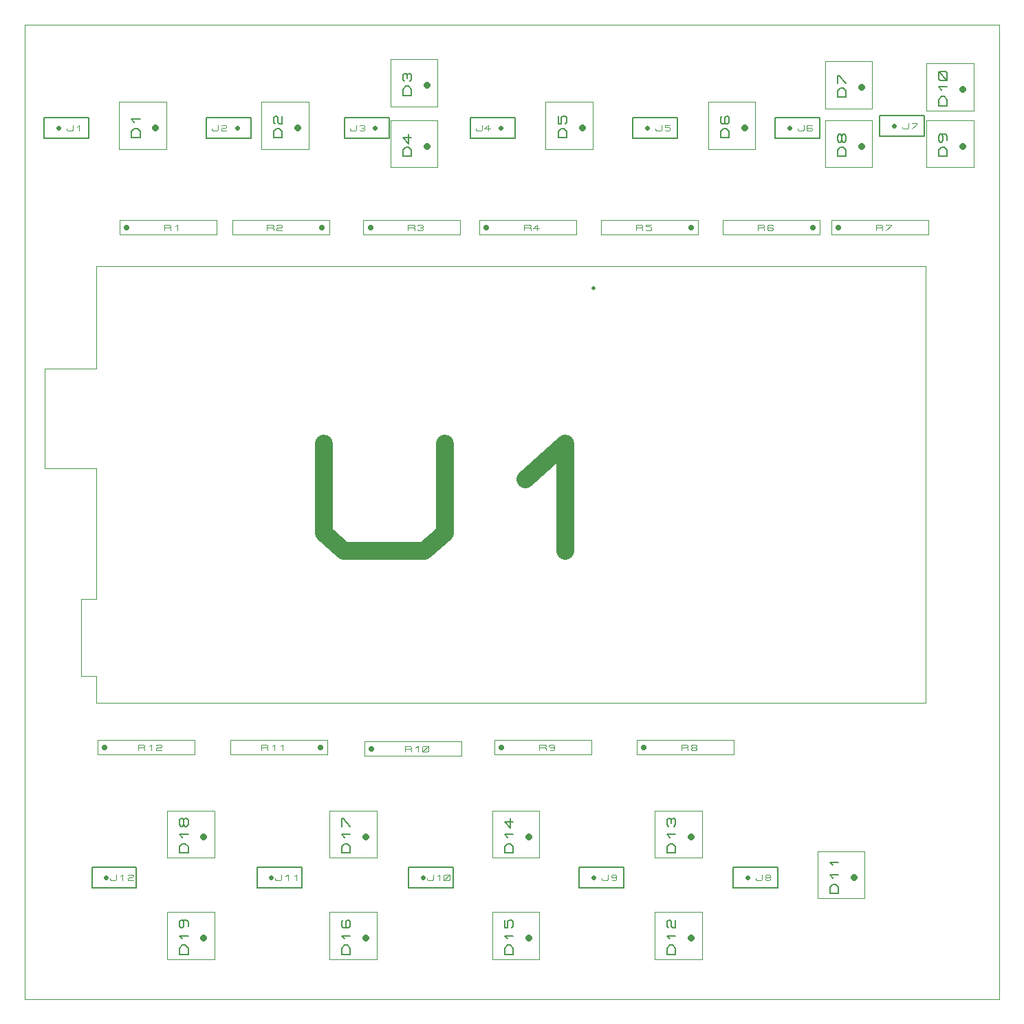
<source format=gbr>
G04 PROTEUS GERBER X2 FILE*
%TF.GenerationSoftware,Labcenter,Proteus,8.16-SP3-Build36097*%
%TF.CreationDate,2024-06-22T10:21:33+00:00*%
%TF.FileFunction,AssemblyDrawing,Top*%
%TF.FilePolarity,Positive*%
%TF.Part,Single*%
%TF.SameCoordinates,{24a379d5-4027-43cf-b872-4d17f73d1947}*%
%FSLAX45Y45*%
%MOMM*%
G01*
%TA.AperFunction,Profile*%
%ADD18C,0.101600*%
%TA.AperFunction,Material*%
%ADD28C,0.050000*%
%ADD29C,0.544000*%
%ADD72C,2.200570*%
%ADD70C,0.101600*%
%ADD73C,0.812800*%
%ADD30C,0.171190*%
%ADD20C,0.152400*%
%ADD31C,0.558800*%
%ADD32C,0.114270*%
%ADD33C,0.711200*%
%ADD34C,0.117340*%
%TD.AperFunction*%
D18*
X-6200000Y-6000000D02*
X+5800000Y-6000000D01*
X+5800000Y+6000000D01*
X-6200000Y+6000000D01*
X-6200000Y-6000000D01*
D28*
X-5323000Y-2355000D02*
X-5323000Y-2025000D01*
X-5503994Y-2025000D01*
X-5503994Y-1076000D01*
X-5323000Y-1076000D01*
X-5323000Y+534000D01*
X-5958000Y+534000D01*
X-5958000Y+1764000D01*
X-5323000Y+1764000D01*
X-5323000Y+3029000D01*
X+4887000Y+3029000D01*
X+4887000Y-2355000D01*
X-5323000Y-2355000D01*
D29*
X+798000Y+2750000D02*
X+798000Y+2750000D01*
D72*
X-2516020Y+842823D02*
X-2516020Y-257466D01*
X-2268455Y-477524D01*
X-1278195Y-477524D01*
X-1030630Y-257466D01*
X-1030630Y+842823D01*
X-40370Y+402707D02*
X+454760Y+842823D01*
X+454760Y-477524D01*
D70*
X-5037580Y+4467920D02*
X-4455920Y+4467920D01*
X-4455920Y+5049580D01*
X-5037580Y+5049580D01*
X-5037580Y+4467920D01*
D73*
X-4588000Y+4727000D02*
X-4588000Y+4727000D01*
D30*
X-4781751Y+4604674D02*
X-4884468Y+4604674D01*
X-4884468Y+4681712D01*
X-4850229Y+4720231D01*
X-4815990Y+4720231D01*
X-4781751Y+4681712D01*
X-4781751Y+4604674D01*
X-4850229Y+4797269D02*
X-4884468Y+4835788D01*
X-4781751Y+4835788D01*
D70*
X-3287580Y+4467920D02*
X-2705920Y+4467920D01*
X-2705920Y+5049580D01*
X-3287580Y+5049580D01*
X-3287580Y+4467920D01*
D73*
X-2838000Y+4727000D02*
X-2838000Y+4727000D01*
D30*
X-3031751Y+4604674D02*
X-3134468Y+4604674D01*
X-3134468Y+4681712D01*
X-3100229Y+4720231D01*
X-3065990Y+4720231D01*
X-3031751Y+4681712D01*
X-3031751Y+4604674D01*
X-3117349Y+4778009D02*
X-3134468Y+4797269D01*
X-3134468Y+4855047D01*
X-3117349Y+4874307D01*
X-3100229Y+4874307D01*
X-3083110Y+4855047D01*
X-3083110Y+4797269D01*
X-3065990Y+4778009D01*
X-3031751Y+4778009D01*
X-3031751Y+4874307D01*
D70*
X-1699580Y+4990920D02*
X-1117920Y+4990920D01*
X-1117920Y+5572580D01*
X-1699580Y+5572580D01*
X-1699580Y+4990920D01*
D73*
X-1250000Y+5250000D02*
X-1250000Y+5250000D01*
D30*
X-1443751Y+5127674D02*
X-1546468Y+5127674D01*
X-1546468Y+5204712D01*
X-1512229Y+5243231D01*
X-1477990Y+5243231D01*
X-1443751Y+5204712D01*
X-1443751Y+5127674D01*
X-1529349Y+5301009D02*
X-1546468Y+5320269D01*
X-1546468Y+5378047D01*
X-1529349Y+5397307D01*
X-1512229Y+5397307D01*
X-1495110Y+5378047D01*
X-1477990Y+5397307D01*
X-1460870Y+5397307D01*
X-1443751Y+5378047D01*
X-1443751Y+5320269D01*
X-1460870Y+5301009D01*
X-1495110Y+5339528D02*
X-1495110Y+5378047D01*
D70*
X-1699580Y+4240920D02*
X-1117920Y+4240920D01*
X-1117920Y+4822580D01*
X-1699580Y+4822580D01*
X-1699580Y+4240920D01*
D73*
X-1250000Y+4500000D02*
X-1250000Y+4500000D01*
D30*
X-1443751Y+4377674D02*
X-1546468Y+4377674D01*
X-1546468Y+4454712D01*
X-1512229Y+4493231D01*
X-1477990Y+4493231D01*
X-1443751Y+4454712D01*
X-1443751Y+4377674D01*
X-1477990Y+4647307D02*
X-1477990Y+4531750D01*
X-1546468Y+4608788D01*
X-1443751Y+4608788D01*
D70*
X+212420Y+4467920D02*
X+794080Y+4467920D01*
X+794080Y+5049580D01*
X+212420Y+5049580D01*
X+212420Y+4467920D01*
D73*
X+662000Y+4727000D02*
X+662000Y+4727000D01*
D30*
X+468249Y+4604674D02*
X+365532Y+4604674D01*
X+365532Y+4681712D01*
X+399771Y+4720231D01*
X+434010Y+4720231D01*
X+468249Y+4681712D01*
X+468249Y+4604674D01*
X+365532Y+4874307D02*
X+365532Y+4778009D01*
X+399771Y+4778009D01*
X+399771Y+4855047D01*
X+416890Y+4874307D01*
X+451130Y+4874307D01*
X+468249Y+4855047D01*
X+468249Y+4797269D01*
X+451130Y+4778009D01*
D70*
X+2212420Y+4467920D02*
X+2794080Y+4467920D01*
X+2794080Y+5049580D01*
X+2212420Y+5049580D01*
X+2212420Y+4467920D01*
D73*
X+2662000Y+4727000D02*
X+2662000Y+4727000D01*
D30*
X+2468249Y+4604674D02*
X+2365532Y+4604674D01*
X+2365532Y+4681712D01*
X+2399771Y+4720231D01*
X+2434010Y+4720231D01*
X+2468249Y+4681712D01*
X+2468249Y+4604674D01*
X+2382651Y+4874307D02*
X+2365532Y+4855047D01*
X+2365532Y+4797269D01*
X+2382651Y+4778009D01*
X+2451130Y+4778009D01*
X+2468249Y+4797269D01*
X+2468249Y+4855047D01*
X+2451130Y+4874307D01*
X+2434010Y+4874307D01*
X+2416890Y+4855047D01*
X+2416890Y+4778009D01*
D70*
X+3650420Y+4967920D02*
X+4232080Y+4967920D01*
X+4232080Y+5549580D01*
X+3650420Y+5549580D01*
X+3650420Y+4967920D01*
D73*
X+4100000Y+5227000D02*
X+4100000Y+5227000D01*
D30*
X+3906249Y+5104674D02*
X+3803532Y+5104674D01*
X+3803532Y+5181712D01*
X+3837771Y+5220231D01*
X+3872010Y+5220231D01*
X+3906249Y+5181712D01*
X+3906249Y+5104674D01*
X+3803532Y+5278009D02*
X+3803532Y+5374307D01*
X+3820651Y+5374307D01*
X+3906249Y+5278009D01*
D70*
X+3650420Y+4240920D02*
X+4232080Y+4240920D01*
X+4232080Y+4822580D01*
X+3650420Y+4822580D01*
X+3650420Y+4240920D01*
D73*
X+4100000Y+4500000D02*
X+4100000Y+4500000D01*
D30*
X+3906249Y+4377674D02*
X+3803532Y+4377674D01*
X+3803532Y+4454712D01*
X+3837771Y+4493231D01*
X+3872010Y+4493231D01*
X+3906249Y+4454712D01*
X+3906249Y+4377674D01*
X+3854890Y+4570269D02*
X+3837771Y+4551009D01*
X+3820651Y+4551009D01*
X+3803532Y+4570269D01*
X+3803532Y+4628047D01*
X+3820651Y+4647307D01*
X+3837771Y+4647307D01*
X+3854890Y+4628047D01*
X+3854890Y+4570269D01*
X+3872010Y+4551009D01*
X+3889130Y+4551009D01*
X+3906249Y+4570269D01*
X+3906249Y+4628047D01*
X+3889130Y+4647307D01*
X+3872010Y+4647307D01*
X+3854890Y+4628047D01*
D70*
X+4900420Y+4240920D02*
X+5482080Y+4240920D01*
X+5482080Y+4822580D01*
X+4900420Y+4822580D01*
X+4900420Y+4240920D01*
D73*
X+5350000Y+4500000D02*
X+5350000Y+4500000D01*
D30*
X+5156249Y+4377674D02*
X+5053532Y+4377674D01*
X+5053532Y+4454712D01*
X+5087771Y+4493231D01*
X+5122010Y+4493231D01*
X+5156249Y+4454712D01*
X+5156249Y+4377674D01*
X+5087771Y+4647307D02*
X+5104890Y+4628047D01*
X+5104890Y+4570269D01*
X+5087771Y+4551009D01*
X+5070651Y+4551009D01*
X+5053532Y+4570269D01*
X+5053532Y+4628047D01*
X+5070651Y+4647307D01*
X+5139130Y+4647307D01*
X+5156249Y+4628047D01*
X+5156249Y+4570269D01*
D70*
X+4900420Y+4940920D02*
X+5482080Y+4940920D01*
X+5482080Y+5522580D01*
X+4900420Y+5522580D01*
X+4900420Y+4940920D01*
D73*
X+5350000Y+5200000D02*
X+5350000Y+5200000D01*
D30*
X+5156249Y+5000636D02*
X+5053532Y+5000636D01*
X+5053532Y+5077674D01*
X+5087771Y+5116193D01*
X+5122010Y+5116193D01*
X+5156249Y+5077674D01*
X+5156249Y+5000636D01*
X+5087771Y+5193231D02*
X+5053532Y+5231750D01*
X+5156249Y+5231750D01*
X+5139130Y+5308788D02*
X+5070651Y+5308788D01*
X+5053532Y+5328047D01*
X+5053532Y+5405085D01*
X+5070651Y+5424345D01*
X+5139130Y+5424345D01*
X+5156249Y+5405085D01*
X+5156249Y+5328047D01*
X+5139130Y+5308788D01*
X+5156249Y+5308788D02*
X+5053532Y+5424345D01*
D70*
X+3558420Y-4759080D02*
X+4140080Y-4759080D01*
X+4140080Y-4177420D01*
X+3558420Y-4177420D01*
X+3558420Y-4759080D01*
D73*
X+4008000Y-4500000D02*
X+4008000Y-4500000D01*
D30*
X+3814249Y-4699364D02*
X+3711532Y-4699364D01*
X+3711532Y-4622326D01*
X+3745771Y-4583807D01*
X+3780010Y-4583807D01*
X+3814249Y-4622326D01*
X+3814249Y-4699364D01*
X+3745771Y-4506769D02*
X+3711532Y-4468250D01*
X+3814249Y-4468250D01*
X+3745771Y-4352693D02*
X+3711532Y-4314174D01*
X+3814249Y-4314174D01*
D70*
X+1554420Y-5509080D02*
X+2136080Y-5509080D01*
X+2136080Y-4927420D01*
X+1554420Y-4927420D01*
X+1554420Y-5509080D01*
D73*
X+2004000Y-5250000D02*
X+2004000Y-5250000D01*
D30*
X+1810249Y-5449364D02*
X+1707532Y-5449364D01*
X+1707532Y-5372326D01*
X+1741771Y-5333807D01*
X+1776010Y-5333807D01*
X+1810249Y-5372326D01*
X+1810249Y-5449364D01*
X+1741771Y-5256769D02*
X+1707532Y-5218250D01*
X+1810249Y-5218250D01*
X+1724651Y-5121953D02*
X+1707532Y-5102693D01*
X+1707532Y-5044915D01*
X+1724651Y-5025655D01*
X+1741771Y-5025655D01*
X+1758890Y-5044915D01*
X+1758890Y-5102693D01*
X+1776010Y-5121953D01*
X+1810249Y-5121953D01*
X+1810249Y-5025655D01*
D70*
X+1554420Y-4259080D02*
X+2136080Y-4259080D01*
X+2136080Y-3677420D01*
X+1554420Y-3677420D01*
X+1554420Y-4259080D01*
D73*
X+2004000Y-4000000D02*
X+2004000Y-4000000D01*
D30*
X+1810249Y-4199364D02*
X+1707532Y-4199364D01*
X+1707532Y-4122326D01*
X+1741771Y-4083807D01*
X+1776010Y-4083807D01*
X+1810249Y-4122326D01*
X+1810249Y-4199364D01*
X+1741771Y-4006769D02*
X+1707532Y-3968250D01*
X+1810249Y-3968250D01*
X+1724651Y-3871953D02*
X+1707532Y-3852693D01*
X+1707532Y-3794915D01*
X+1724651Y-3775655D01*
X+1741771Y-3775655D01*
X+1758890Y-3794915D01*
X+1776010Y-3775655D01*
X+1793130Y-3775655D01*
X+1810249Y-3794915D01*
X+1810249Y-3852693D01*
X+1793130Y-3871953D01*
X+1758890Y-3833434D02*
X+1758890Y-3794915D01*
D70*
X-445580Y-4259080D02*
X+136080Y-4259080D01*
X+136080Y-3677420D01*
X-445580Y-3677420D01*
X-445580Y-4259080D01*
D73*
X+4000Y-4000000D02*
X+4000Y-4000000D01*
D30*
X-189751Y-4199364D02*
X-292468Y-4199364D01*
X-292468Y-4122326D01*
X-258229Y-4083807D01*
X-223990Y-4083807D01*
X-189751Y-4122326D01*
X-189751Y-4199364D01*
X-258229Y-4006769D02*
X-292468Y-3968250D01*
X-189751Y-3968250D01*
X-223990Y-3775655D02*
X-223990Y-3891212D01*
X-292468Y-3814174D01*
X-189751Y-3814174D01*
D70*
X-445580Y-5509080D02*
X+136080Y-5509080D01*
X+136080Y-4927420D01*
X-445580Y-4927420D01*
X-445580Y-5509080D01*
D73*
X+4000Y-5250000D02*
X+4000Y-5250000D01*
D30*
X-189751Y-5449364D02*
X-292468Y-5449364D01*
X-292468Y-5372326D01*
X-258229Y-5333807D01*
X-223990Y-5333807D01*
X-189751Y-5372326D01*
X-189751Y-5449364D01*
X-258229Y-5256769D02*
X-292468Y-5218250D01*
X-189751Y-5218250D01*
X-292468Y-5025655D02*
X-292468Y-5121953D01*
X-258229Y-5121953D01*
X-258229Y-5044915D01*
X-241110Y-5025655D01*
X-206870Y-5025655D01*
X-189751Y-5044915D01*
X-189751Y-5102693D01*
X-206870Y-5121953D01*
D70*
X-2449580Y-5509080D02*
X-1867920Y-5509080D01*
X-1867920Y-4927420D01*
X-2449580Y-4927420D01*
X-2449580Y-5509080D01*
D73*
X-2000000Y-5250000D02*
X-2000000Y-5250000D01*
D30*
X-2193751Y-5449364D02*
X-2296468Y-5449364D01*
X-2296468Y-5372326D01*
X-2262229Y-5333807D01*
X-2227990Y-5333807D01*
X-2193751Y-5372326D01*
X-2193751Y-5449364D01*
X-2262229Y-5256769D02*
X-2296468Y-5218250D01*
X-2193751Y-5218250D01*
X-2279349Y-5025655D02*
X-2296468Y-5044915D01*
X-2296468Y-5102693D01*
X-2279349Y-5121953D01*
X-2210870Y-5121953D01*
X-2193751Y-5102693D01*
X-2193751Y-5044915D01*
X-2210870Y-5025655D01*
X-2227990Y-5025655D01*
X-2245110Y-5044915D01*
X-2245110Y-5121953D01*
D70*
X-2449580Y-4259080D02*
X-1867920Y-4259080D01*
X-1867920Y-3677420D01*
X-2449580Y-3677420D01*
X-2449580Y-4259080D01*
D73*
X-2000000Y-4000000D02*
X-2000000Y-4000000D01*
D30*
X-2193751Y-4199364D02*
X-2296468Y-4199364D01*
X-2296468Y-4122326D01*
X-2262229Y-4083807D01*
X-2227990Y-4083807D01*
X-2193751Y-4122326D01*
X-2193751Y-4199364D01*
X-2262229Y-4006769D02*
X-2296468Y-3968250D01*
X-2193751Y-3968250D01*
X-2296468Y-3871953D02*
X-2296468Y-3775655D01*
X-2279349Y-3775655D01*
X-2193751Y-3871953D01*
D70*
X-4445580Y-4259080D02*
X-3863920Y-4259080D01*
X-3863920Y-3677420D01*
X-4445580Y-3677420D01*
X-4445580Y-4259080D01*
D73*
X-3996000Y-4000000D02*
X-3996000Y-4000000D01*
D30*
X-4189751Y-4199364D02*
X-4292468Y-4199364D01*
X-4292468Y-4122326D01*
X-4258229Y-4083807D01*
X-4223990Y-4083807D01*
X-4189751Y-4122326D01*
X-4189751Y-4199364D01*
X-4258229Y-4006769D02*
X-4292468Y-3968250D01*
X-4189751Y-3968250D01*
X-4241110Y-3852693D02*
X-4258229Y-3871953D01*
X-4275349Y-3871953D01*
X-4292468Y-3852693D01*
X-4292468Y-3794915D01*
X-4275349Y-3775655D01*
X-4258229Y-3775655D01*
X-4241110Y-3794915D01*
X-4241110Y-3852693D01*
X-4223990Y-3871953D01*
X-4206870Y-3871953D01*
X-4189751Y-3852693D01*
X-4189751Y-3794915D01*
X-4206870Y-3775655D01*
X-4223990Y-3775655D01*
X-4241110Y-3794915D01*
D70*
X-4445580Y-5509080D02*
X-3863920Y-5509080D01*
X-3863920Y-4927420D01*
X-4445580Y-4927420D01*
X-4445580Y-5509080D01*
D73*
X-3996000Y-5250000D02*
X-3996000Y-5250000D01*
D30*
X-4189751Y-5449364D02*
X-4292468Y-5449364D01*
X-4292468Y-5372326D01*
X-4258229Y-5333807D01*
X-4223990Y-5333807D01*
X-4189751Y-5372326D01*
X-4189751Y-5449364D01*
X-4258229Y-5256769D02*
X-4292468Y-5218250D01*
X-4189751Y-5218250D01*
X-4258229Y-5025655D02*
X-4241110Y-5044915D01*
X-4241110Y-5102693D01*
X-4258229Y-5121953D01*
X-4275349Y-5121953D01*
X-4292468Y-5102693D01*
X-4292468Y-5044915D01*
X-4275349Y-5025655D01*
X-4206870Y-5025655D01*
X-4189751Y-5044915D01*
X-4189751Y-5102693D01*
D20*
X-5962320Y+4852400D02*
X-5962320Y+4600940D01*
X-5413680Y+4600940D01*
X-5413680Y+4852400D01*
X-5962320Y+4852400D01*
X-5962320Y+4600940D01*
X-5413680Y+4600940D01*
X-5413680Y+4852400D01*
X-5962320Y+4852400D01*
D31*
X-5788000Y+4727000D02*
X-5788000Y+4727000D01*
D32*
X-5685906Y+4715242D02*
X-5685906Y+4703815D01*
X-5673051Y+4692387D01*
X-5621628Y+4692387D01*
X-5608772Y+4703815D01*
X-5608772Y+4760952D01*
X-5557349Y+4738097D02*
X-5531637Y+4760952D01*
X-5531637Y+4692387D01*
D20*
X-3413680Y+4601600D02*
X-3413680Y+4853060D01*
X-3962320Y+4853060D01*
X-3962320Y+4601600D01*
X-3413680Y+4601600D01*
X-3413680Y+4853060D01*
X-3962320Y+4853060D01*
X-3962320Y+4601600D01*
X-3413680Y+4601600D01*
D31*
X-3588000Y+4727000D02*
X-3588000Y+4727000D01*
D32*
X-3895786Y+4715902D02*
X-3895786Y+4704475D01*
X-3882931Y+4693047D01*
X-3831508Y+4693047D01*
X-3818652Y+4704475D01*
X-3818652Y+4761612D01*
X-3780085Y+4750184D02*
X-3767229Y+4761612D01*
X-3728662Y+4761612D01*
X-3715806Y+4750184D01*
X-3715806Y+4738757D01*
X-3728662Y+4727330D01*
X-3767229Y+4727330D01*
X-3780085Y+4715902D01*
X-3780085Y+4693047D01*
X-3715806Y+4693047D01*
D20*
X-1713680Y+4601600D02*
X-1713680Y+4853060D01*
X-2262320Y+4853060D01*
X-2262320Y+4601600D01*
X-1713680Y+4601600D01*
X-1713680Y+4853060D01*
X-2262320Y+4853060D01*
X-2262320Y+4601600D01*
X-1713680Y+4601600D01*
D31*
X-1888000Y+4727000D02*
X-1888000Y+4727000D01*
D32*
X-2195786Y+4715902D02*
X-2195786Y+4704475D01*
X-2182931Y+4693047D01*
X-2131508Y+4693047D01*
X-2118652Y+4704475D01*
X-2118652Y+4761612D01*
X-2080085Y+4750184D02*
X-2067229Y+4761612D01*
X-2028662Y+4761612D01*
X-2015806Y+4750184D01*
X-2015806Y+4738757D01*
X-2028662Y+4727330D01*
X-2015806Y+4715902D01*
X-2015806Y+4704475D01*
X-2028662Y+4693047D01*
X-2067229Y+4693047D01*
X-2080085Y+4704475D01*
X-2054373Y+4727330D02*
X-2028662Y+4727330D01*
D20*
X-163680Y+4601600D02*
X-163680Y+4853060D01*
X-712320Y+4853060D01*
X-712320Y+4601600D01*
X-163680Y+4601600D01*
X-163680Y+4853060D01*
X-712320Y+4853060D01*
X-712320Y+4601600D01*
X-163680Y+4601600D01*
D31*
X-338000Y+4727000D02*
X-338000Y+4727000D01*
D32*
X-645786Y+4715902D02*
X-645786Y+4704475D01*
X-632931Y+4693047D01*
X-581508Y+4693047D01*
X-568652Y+4704475D01*
X-568652Y+4761612D01*
X-465806Y+4715902D02*
X-542940Y+4715902D01*
X-491517Y+4761612D01*
X-491517Y+4693047D01*
D20*
X+1287680Y+4852400D02*
X+1287680Y+4600940D01*
X+1836320Y+4600940D01*
X+1836320Y+4852400D01*
X+1287680Y+4852400D01*
X+1287680Y+4600940D01*
X+1836320Y+4600940D01*
X+1836320Y+4852400D01*
X+1287680Y+4852400D01*
D31*
X+1462000Y+4727000D02*
X+1462000Y+4727000D01*
D32*
X+1564094Y+4715242D02*
X+1564094Y+4703815D01*
X+1576949Y+4692387D01*
X+1628372Y+4692387D01*
X+1641228Y+4703815D01*
X+1641228Y+4760952D01*
X+1744074Y+4760952D02*
X+1679795Y+4760952D01*
X+1679795Y+4738097D01*
X+1731218Y+4738097D01*
X+1744074Y+4726670D01*
X+1744074Y+4703815D01*
X+1731218Y+4692387D01*
X+1692651Y+4692387D01*
X+1679795Y+4703815D01*
D20*
X+3037680Y+4852400D02*
X+3037680Y+4600940D01*
X+3586320Y+4600940D01*
X+3586320Y+4852400D01*
X+3037680Y+4852400D01*
X+3037680Y+4600940D01*
X+3586320Y+4600940D01*
X+3586320Y+4852400D01*
X+3037680Y+4852400D01*
D31*
X+3212000Y+4727000D02*
X+3212000Y+4727000D01*
D32*
X+3314094Y+4715242D02*
X+3314094Y+4703815D01*
X+3326949Y+4692387D01*
X+3378372Y+4692387D01*
X+3391228Y+4703815D01*
X+3391228Y+4760952D01*
X+3494074Y+4749524D02*
X+3481218Y+4760952D01*
X+3442651Y+4760952D01*
X+3429795Y+4749524D01*
X+3429795Y+4703815D01*
X+3442651Y+4692387D01*
X+3481218Y+4692387D01*
X+3494074Y+4703815D01*
X+3494074Y+4715242D01*
X+3481218Y+4726670D01*
X+3429795Y+4726670D01*
D20*
X+4325680Y+4875400D02*
X+4325680Y+4623940D01*
X+4874320Y+4623940D01*
X+4874320Y+4875400D01*
X+4325680Y+4875400D01*
X+4325680Y+4623940D01*
X+4874320Y+4623940D01*
X+4874320Y+4875400D01*
X+4325680Y+4875400D01*
D31*
X+4500000Y+4750000D02*
X+4500000Y+4750000D01*
D32*
X+4602094Y+4738242D02*
X+4602094Y+4726815D01*
X+4614949Y+4715387D01*
X+4666372Y+4715387D01*
X+4679228Y+4726815D01*
X+4679228Y+4783952D01*
X+4717795Y+4783952D02*
X+4782074Y+4783952D01*
X+4782074Y+4772524D01*
X+4717795Y+4715387D01*
D20*
X+2523680Y-4374600D02*
X+2523680Y-4626060D01*
X+3072320Y-4626060D01*
X+3072320Y-4374600D01*
X+2523680Y-4374600D01*
X+2523680Y-4626060D01*
X+3072320Y-4626060D01*
X+3072320Y-4374600D01*
X+2523680Y-4374600D01*
D31*
X+2698000Y-4500000D02*
X+2698000Y-4500000D01*
D32*
X+2800094Y-4511758D02*
X+2800094Y-4523185D01*
X+2812949Y-4534613D01*
X+2864372Y-4534613D01*
X+2877228Y-4523185D01*
X+2877228Y-4466048D01*
X+2928651Y-4500330D02*
X+2915795Y-4488903D01*
X+2915795Y-4477476D01*
X+2928651Y-4466048D01*
X+2967218Y-4466048D01*
X+2980074Y-4477476D01*
X+2980074Y-4488903D01*
X+2967218Y-4500330D01*
X+2928651Y-4500330D01*
X+2915795Y-4511758D01*
X+2915795Y-4523185D01*
X+2928651Y-4534613D01*
X+2967218Y-4534613D01*
X+2980074Y-4523185D01*
X+2980074Y-4511758D01*
X+2967218Y-4500330D01*
D20*
X+625680Y-4374600D02*
X+625680Y-4626060D01*
X+1174320Y-4626060D01*
X+1174320Y-4374600D01*
X+625680Y-4374600D01*
X+625680Y-4626060D01*
X+1174320Y-4626060D01*
X+1174320Y-4374600D01*
X+625680Y-4374600D01*
D31*
X+800000Y-4500000D02*
X+800000Y-4500000D01*
D32*
X+902094Y-4511758D02*
X+902094Y-4523185D01*
X+914949Y-4534613D01*
X+966372Y-4534613D01*
X+979228Y-4523185D01*
X+979228Y-4466048D01*
X+1082074Y-4488903D02*
X+1069218Y-4500330D01*
X+1030651Y-4500330D01*
X+1017795Y-4488903D01*
X+1017795Y-4477476D01*
X+1030651Y-4466048D01*
X+1069218Y-4466048D01*
X+1082074Y-4477476D01*
X+1082074Y-4523185D01*
X+1069218Y-4534613D01*
X+1030651Y-4534613D01*
D20*
X-1476320Y-4374600D02*
X-1476320Y-4626060D01*
X-927680Y-4626060D01*
X-927680Y-4374600D01*
X-1476320Y-4374600D01*
X-1476320Y-4626060D01*
X-927680Y-4626060D01*
X-927680Y-4374600D01*
X-1476320Y-4374600D01*
D31*
X-1302000Y-4500000D02*
X-1302000Y-4500000D01*
D32*
X-1251329Y-4511758D02*
X-1251329Y-4523185D01*
X-1238474Y-4534613D01*
X-1187051Y-4534613D01*
X-1174195Y-4523185D01*
X-1174195Y-4466048D01*
X-1122772Y-4488903D02*
X-1097060Y-4466048D01*
X-1097060Y-4534613D01*
X-1045637Y-4523185D02*
X-1045637Y-4477476D01*
X-1032782Y-4466048D01*
X-981359Y-4466048D01*
X-968503Y-4477476D01*
X-968503Y-4523185D01*
X-981359Y-4534613D01*
X-1032782Y-4534613D01*
X-1045637Y-4523185D01*
X-1045637Y-4534613D02*
X-968503Y-4466048D01*
D20*
X-3341320Y-4374600D02*
X-3341320Y-4626060D01*
X-2792680Y-4626060D01*
X-2792680Y-4374600D01*
X-3341320Y-4374600D01*
X-3341320Y-4626060D01*
X-2792680Y-4626060D01*
X-2792680Y-4374600D01*
X-3341320Y-4374600D01*
D31*
X-3167000Y-4500000D02*
X-3167000Y-4500000D01*
D32*
X-3116329Y-4511758D02*
X-3116329Y-4523185D01*
X-3103474Y-4534613D01*
X-3052051Y-4534613D01*
X-3039195Y-4523185D01*
X-3039195Y-4466048D01*
X-2987772Y-4488903D02*
X-2962060Y-4466048D01*
X-2962060Y-4534613D01*
X-2884926Y-4488903D02*
X-2859214Y-4466048D01*
X-2859214Y-4534613D01*
D20*
X-5374320Y-4374600D02*
X-5374320Y-4626060D01*
X-4825680Y-4626060D01*
X-4825680Y-4374600D01*
X-5374320Y-4374600D01*
X-5374320Y-4626060D01*
X-4825680Y-4626060D01*
X-4825680Y-4374600D01*
X-5374320Y-4374600D01*
D31*
X-5200000Y-4500000D02*
X-5200000Y-4500000D01*
D32*
X-5149329Y-4511758D02*
X-5149329Y-4523185D01*
X-5136474Y-4534613D01*
X-5085051Y-4534613D01*
X-5072195Y-4523185D01*
X-5072195Y-4466048D01*
X-5020772Y-4488903D02*
X-4995060Y-4466048D01*
X-4995060Y-4534613D01*
X-4930782Y-4477476D02*
X-4917926Y-4466048D01*
X-4879359Y-4466048D01*
X-4866503Y-4477476D01*
X-4866503Y-4488903D01*
X-4879359Y-4500330D01*
X-4917926Y-4500330D01*
X-4930782Y-4511758D01*
X-4930782Y-4534613D01*
X-4866503Y-4534613D01*
D70*
X-5034900Y+3411100D02*
X-3841100Y+3411100D01*
X-3841100Y+3588900D01*
X-5034900Y+3588900D01*
X-5034900Y+3411100D01*
D33*
X-4946000Y+3500000D02*
X-4946000Y+3500000D01*
D34*
X-4481382Y+3464796D02*
X-4481382Y+3535204D01*
X-4415375Y+3535204D01*
X-4402173Y+3523469D01*
X-4402173Y+3511735D01*
X-4415375Y+3500000D01*
X-4481382Y+3500000D01*
X-4415375Y+3500000D02*
X-4402173Y+3488265D01*
X-4402173Y+3464796D01*
X-4349367Y+3511735D02*
X-4322964Y+3535204D01*
X-4322964Y+3464796D01*
D70*
X-3646900Y+3411100D02*
X-2453100Y+3411100D01*
X-2453100Y+3588900D01*
X-3646900Y+3588900D01*
X-3646900Y+3411100D01*
D33*
X-2542000Y+3500000D02*
X-2542000Y+3500000D01*
D34*
X-3217842Y+3464796D02*
X-3217842Y+3535204D01*
X-3151835Y+3535204D01*
X-3138633Y+3523469D01*
X-3138633Y+3511735D01*
X-3151835Y+3500000D01*
X-3217842Y+3500000D01*
X-3151835Y+3500000D02*
X-3138633Y+3488265D01*
X-3138633Y+3464796D01*
X-3099029Y+3523469D02*
X-3085827Y+3535204D01*
X-3046223Y+3535204D01*
X-3033021Y+3523469D01*
X-3033021Y+3511735D01*
X-3046223Y+3500000D01*
X-3085827Y+3500000D01*
X-3099029Y+3488265D01*
X-3099029Y+3464796D01*
X-3033021Y+3464796D01*
D70*
X-2034900Y+3411100D02*
X-841100Y+3411100D01*
X-841100Y+3588900D01*
X-2034900Y+3588900D01*
X-2034900Y+3411100D01*
D33*
X-1946000Y+3500000D02*
X-1946000Y+3500000D01*
D34*
X-1481382Y+3464796D02*
X-1481382Y+3535204D01*
X-1415375Y+3535204D01*
X-1402173Y+3523469D01*
X-1402173Y+3511735D01*
X-1415375Y+3500000D01*
X-1481382Y+3500000D01*
X-1415375Y+3500000D02*
X-1402173Y+3488265D01*
X-1402173Y+3464796D01*
X-1362569Y+3523469D02*
X-1349367Y+3535204D01*
X-1309763Y+3535204D01*
X-1296561Y+3523469D01*
X-1296561Y+3511735D01*
X-1309763Y+3500000D01*
X-1296561Y+3488265D01*
X-1296561Y+3476531D01*
X-1309763Y+3464796D01*
X-1349367Y+3464796D01*
X-1362569Y+3476531D01*
X-1336166Y+3500000D02*
X-1309763Y+3500000D01*
D70*
X-604900Y+3411100D02*
X+588900Y+3411100D01*
X+588900Y+3588900D01*
X-604900Y+3588900D01*
X-604900Y+3411100D01*
D33*
X-516000Y+3500000D02*
X-516000Y+3500000D01*
D34*
X-51382Y+3464796D02*
X-51382Y+3535204D01*
X+14625Y+3535204D01*
X+27827Y+3523469D01*
X+27827Y+3511735D01*
X+14625Y+3500000D01*
X-51382Y+3500000D01*
X+14625Y+3500000D02*
X+27827Y+3488265D01*
X+27827Y+3464796D01*
X+133439Y+3488265D02*
X+54230Y+3488265D01*
X+107036Y+3535204D01*
X+107036Y+3464796D01*
D70*
X+895100Y+3411100D02*
X+2088900Y+3411100D01*
X+2088900Y+3588900D01*
X+895100Y+3588900D01*
X+895100Y+3411100D01*
D33*
X+2000000Y+3500000D02*
X+2000000Y+3500000D01*
D34*
X+1324158Y+3464796D02*
X+1324158Y+3535204D01*
X+1390165Y+3535204D01*
X+1403367Y+3523469D01*
X+1403367Y+3511735D01*
X+1390165Y+3500000D01*
X+1324158Y+3500000D01*
X+1390165Y+3500000D02*
X+1403367Y+3488265D01*
X+1403367Y+3464796D01*
X+1508979Y+3535204D02*
X+1442971Y+3535204D01*
X+1442971Y+3511735D01*
X+1495777Y+3511735D01*
X+1508979Y+3500000D01*
X+1508979Y+3476531D01*
X+1495777Y+3464796D01*
X+1456173Y+3464796D01*
X+1442971Y+3476531D01*
D70*
X+2395100Y+3411100D02*
X+3588900Y+3411100D01*
X+3588900Y+3588900D01*
X+2395100Y+3588900D01*
X+2395100Y+3411100D01*
D33*
X+3500000Y+3500000D02*
X+3500000Y+3500000D01*
D34*
X+2824158Y+3464796D02*
X+2824158Y+3535204D01*
X+2890165Y+3535204D01*
X+2903367Y+3523469D01*
X+2903367Y+3511735D01*
X+2890165Y+3500000D01*
X+2824158Y+3500000D01*
X+2890165Y+3500000D02*
X+2903367Y+3488265D01*
X+2903367Y+3464796D01*
X+3008979Y+3523469D02*
X+2995777Y+3535204D01*
X+2956173Y+3535204D01*
X+2942971Y+3523469D01*
X+2942971Y+3476531D01*
X+2956173Y+3464796D01*
X+2995777Y+3464796D01*
X+3008979Y+3476531D01*
X+3008979Y+3488265D01*
X+2995777Y+3500000D01*
X+2942971Y+3500000D01*
D70*
X+3728100Y+3411100D02*
X+4921900Y+3411100D01*
X+4921900Y+3588900D01*
X+3728100Y+3588900D01*
X+3728100Y+3411100D01*
D33*
X+3817000Y+3500000D02*
X+3817000Y+3500000D01*
D34*
X+4281618Y+3464796D02*
X+4281618Y+3535204D01*
X+4347625Y+3535204D01*
X+4360827Y+3523469D01*
X+4360827Y+3511735D01*
X+4347625Y+3500000D01*
X+4281618Y+3500000D01*
X+4347625Y+3500000D02*
X+4360827Y+3488265D01*
X+4360827Y+3464796D01*
X+4400431Y+3535204D02*
X+4466439Y+3535204D01*
X+4466439Y+3523469D01*
X+4400431Y+3464796D01*
D70*
X+1332100Y-2988900D02*
X+2525900Y-2988900D01*
X+2525900Y-2811100D01*
X+1332100Y-2811100D01*
X+1332100Y-2988900D01*
D33*
X+1421000Y-2900000D02*
X+1421000Y-2900000D01*
D34*
X+1885618Y-2935204D02*
X+1885618Y-2864796D01*
X+1951625Y-2864796D01*
X+1964827Y-2876531D01*
X+1964827Y-2888265D01*
X+1951625Y-2900000D01*
X+1885618Y-2900000D01*
X+1951625Y-2900000D02*
X+1964827Y-2911735D01*
X+1964827Y-2935204D01*
X+2017633Y-2900000D02*
X+2004431Y-2888265D01*
X+2004431Y-2876531D01*
X+2017633Y-2864796D01*
X+2057237Y-2864796D01*
X+2070439Y-2876531D01*
X+2070439Y-2888265D01*
X+2057237Y-2900000D01*
X+2017633Y-2900000D01*
X+2004431Y-2911735D01*
X+2004431Y-2923469D01*
X+2017633Y-2935204D01*
X+2057237Y-2935204D01*
X+2070439Y-2923469D01*
X+2070439Y-2911735D01*
X+2057237Y-2900000D01*
D70*
X-417900Y-2988900D02*
X+775900Y-2988900D01*
X+775900Y-2811100D01*
X-417900Y-2811100D01*
X-417900Y-2988900D01*
D33*
X-329000Y-2900000D02*
X-329000Y-2900000D01*
D34*
X+135618Y-2935204D02*
X+135618Y-2864796D01*
X+201625Y-2864796D01*
X+214827Y-2876531D01*
X+214827Y-2888265D01*
X+201625Y-2900000D01*
X+135618Y-2900000D01*
X+201625Y-2900000D02*
X+214827Y-2911735D01*
X+214827Y-2935204D01*
X+320439Y-2888265D02*
X+307237Y-2900000D01*
X+267633Y-2900000D01*
X+254431Y-2888265D01*
X+254431Y-2876531D01*
X+267633Y-2864796D01*
X+307237Y-2864796D01*
X+320439Y-2876531D01*
X+320439Y-2923469D01*
X+307237Y-2935204D01*
X+267633Y-2935204D01*
D70*
X-2020900Y-3004900D02*
X-827100Y-3004900D01*
X-827100Y-2827100D01*
X-2020900Y-2827100D01*
X-2020900Y-3004900D01*
D33*
X-1932000Y-2916000D02*
X-1932000Y-2916000D01*
D34*
X-1520188Y-2951204D02*
X-1520188Y-2880796D01*
X-1454181Y-2880796D01*
X-1440979Y-2892531D01*
X-1440979Y-2904265D01*
X-1454181Y-2916000D01*
X-1520188Y-2916000D01*
X-1454181Y-2916000D02*
X-1440979Y-2927735D01*
X-1440979Y-2951204D01*
X-1388173Y-2904265D02*
X-1361770Y-2880796D01*
X-1361770Y-2951204D01*
X-1308964Y-2939469D02*
X-1308964Y-2892531D01*
X-1295763Y-2880796D01*
X-1242957Y-2880796D01*
X-1229755Y-2892531D01*
X-1229755Y-2939469D01*
X-1242957Y-2951204D01*
X-1295763Y-2951204D01*
X-1308964Y-2939469D01*
X-1308964Y-2951204D02*
X-1229755Y-2880796D01*
D70*
X-3664900Y-2988900D02*
X-2471100Y-2988900D01*
X-2471100Y-2811100D01*
X-3664900Y-2811100D01*
X-3664900Y-2988900D01*
D33*
X-2560000Y-2900000D02*
X-2560000Y-2900000D01*
D34*
X-3288648Y-2935204D02*
X-3288648Y-2864796D01*
X-3222641Y-2864796D01*
X-3209439Y-2876531D01*
X-3209439Y-2888265D01*
X-3222641Y-2900000D01*
X-3288648Y-2900000D01*
X-3222641Y-2900000D02*
X-3209439Y-2911735D01*
X-3209439Y-2935204D01*
X-3156633Y-2888265D02*
X-3130230Y-2864796D01*
X-3130230Y-2935204D01*
X-3051021Y-2888265D02*
X-3024618Y-2864796D01*
X-3024618Y-2935204D01*
D70*
X-5304900Y-2988900D02*
X-4111100Y-2988900D01*
X-4111100Y-2811100D01*
X-5304900Y-2811100D01*
X-5304900Y-2988900D01*
D33*
X-5216000Y-2900000D02*
X-5216000Y-2900000D01*
D34*
X-4804188Y-2935204D02*
X-4804188Y-2864796D01*
X-4738181Y-2864796D01*
X-4724979Y-2876531D01*
X-4724979Y-2888265D01*
X-4738181Y-2900000D01*
X-4804188Y-2900000D01*
X-4738181Y-2900000D02*
X-4724979Y-2911735D01*
X-4724979Y-2935204D01*
X-4672173Y-2888265D02*
X-4645770Y-2864796D01*
X-4645770Y-2935204D01*
X-4579763Y-2876531D02*
X-4566561Y-2864796D01*
X-4526957Y-2864796D01*
X-4513755Y-2876531D01*
X-4513755Y-2888265D01*
X-4526957Y-2900000D01*
X-4566561Y-2900000D01*
X-4579763Y-2911735D01*
X-4579763Y-2935204D01*
X-4513755Y-2935204D01*
M02*

</source>
